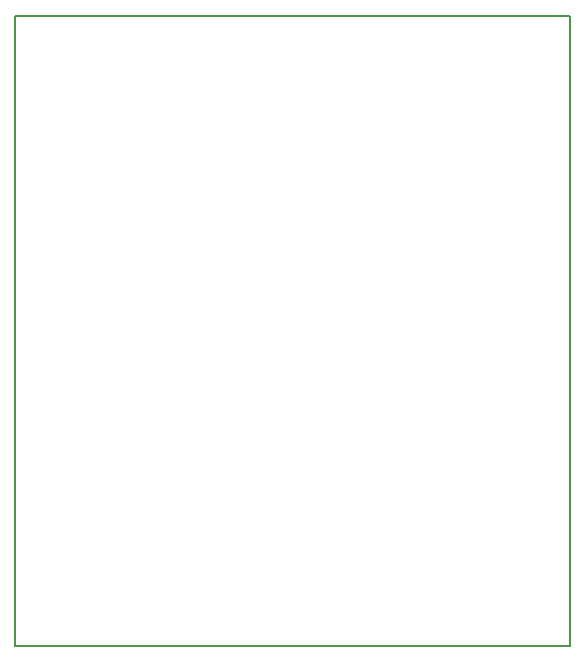
<source format=gbr>
G04 #@! TF.GenerationSoftware,KiCad,Pcbnew,(5.0.0)*
G04 #@! TF.CreationDate,2020-04-28T19:31:03-04:00*
G04 #@! TF.ProjectId,Kyle's Amp,4B796C65277320416D702E6B69636164,rev?*
G04 #@! TF.SameCoordinates,Original*
G04 #@! TF.FileFunction,Profile,NP*
%FSLAX46Y46*%
G04 Gerber Fmt 4.6, Leading zero omitted, Abs format (unit mm)*
G04 Created by KiCad (PCBNEW (5.0.0)) date 04/28/20 19:31:03*
%MOMM*%
%LPD*%
G01*
G04 APERTURE LIST*
%ADD10C,0.150000*%
G04 APERTURE END LIST*
D10*
X104140000Y-121920000D02*
X104140000Y-68580000D01*
X151130000Y-121920000D02*
X104140000Y-121920000D01*
X151130000Y-68580000D02*
X151130000Y-121920000D01*
X104140000Y-68580000D02*
X151130000Y-68580000D01*
M02*

</source>
